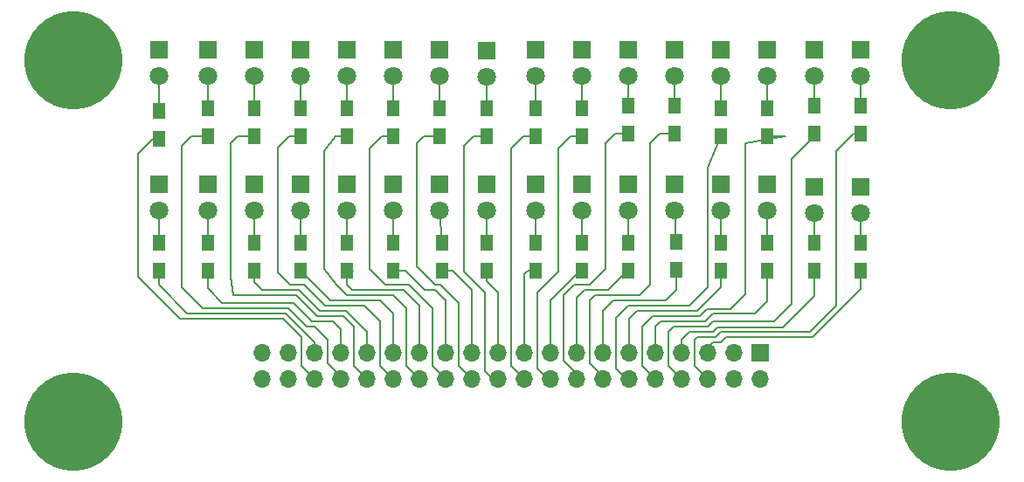
<source format=gbr>
G04 #@! TF.FileFunction,Copper,L1,Top,Signal*
%FSLAX46Y46*%
G04 Gerber Fmt 4.6, Leading zero omitted, Abs format (unit mm)*
G04 Created by KiCad (PCBNEW 4.0.5) date 06/07/17 21:36:53*
%MOMM*%
%LPD*%
G01*
G04 APERTURE LIST*
%ADD10C,0.150000*%
%ADD11R,1.800000X1.800000*%
%ADD12C,1.800000*%
%ADD13R,1.300000X1.500000*%
%ADD14R,1.700000X1.700000*%
%ADD15O,1.700000X1.700000*%
%ADD16C,9.525000*%
%ADD17C,0.203200*%
G04 APERTURE END LIST*
D10*
D11*
X106750000Y-40000000D03*
D12*
X106750000Y-42540000D03*
D11*
X106750000Y-53000000D03*
D12*
X106750000Y-55540000D03*
D11*
X111250000Y-40000000D03*
D12*
X111250000Y-42540000D03*
D11*
X111250000Y-53000000D03*
D12*
X111250000Y-55540000D03*
D11*
X115750000Y-40000000D03*
D12*
X115750000Y-42540000D03*
D11*
X115750000Y-53000000D03*
D12*
X115750000Y-55540000D03*
D11*
X120250000Y-40000000D03*
D12*
X120250000Y-42540000D03*
D11*
X120250000Y-53000000D03*
D12*
X120250000Y-55540000D03*
D11*
X124750000Y-40000000D03*
D12*
X124750000Y-42540000D03*
D11*
X124750000Y-53000000D03*
D12*
X124750000Y-55540000D03*
D11*
X129250000Y-40000000D03*
D12*
X129250000Y-42540000D03*
D11*
X129250000Y-53000000D03*
D12*
X129250000Y-55540000D03*
D11*
X133750000Y-40000000D03*
D12*
X133750000Y-42540000D03*
D11*
X133750000Y-53250000D03*
D12*
X133750000Y-55790000D03*
D11*
X138250000Y-40000000D03*
D12*
X138250000Y-42540000D03*
D11*
X138250000Y-53250000D03*
D12*
X138250000Y-55790000D03*
D13*
X70250000Y-45900000D03*
X70250000Y-48600000D03*
X70250000Y-58650000D03*
X70250000Y-61350000D03*
X75000000Y-45650000D03*
X75000000Y-48350000D03*
X75000000Y-58650000D03*
X75000000Y-61350000D03*
X79500000Y-45650000D03*
X79500000Y-48350000D03*
X79500000Y-58650000D03*
X79500000Y-61350000D03*
X84000000Y-45650000D03*
X84000000Y-48350000D03*
X84000000Y-58650000D03*
X84000000Y-61350000D03*
X88500000Y-45650000D03*
X88500000Y-48350000D03*
X88500000Y-58650000D03*
X88500000Y-61350000D03*
X93000000Y-45650000D03*
X93000000Y-48350000D03*
X93000000Y-58650000D03*
X93000000Y-61350000D03*
X97500000Y-45650000D03*
X97500000Y-48350000D03*
X97750000Y-58650000D03*
X97750000Y-61350000D03*
X102000000Y-45650000D03*
X102000000Y-48350000D03*
X102000000Y-58666000D03*
X102000000Y-61366000D03*
X106750000Y-45650000D03*
X106750000Y-48350000D03*
X106750000Y-58650000D03*
X106750000Y-61350000D03*
X111250000Y-45650000D03*
X111250000Y-48350000D03*
X111250000Y-58650000D03*
X111250000Y-61350000D03*
X115750000Y-45400000D03*
X115750000Y-48100000D03*
X115750000Y-58650000D03*
X115750000Y-61350000D03*
X120250000Y-45400000D03*
X120250000Y-48100000D03*
X120396000Y-58594000D03*
X120396000Y-61294000D03*
X124750000Y-45650000D03*
X124750000Y-48350000D03*
X124750000Y-58650000D03*
X124750000Y-61350000D03*
X129250000Y-45650000D03*
X129250000Y-48350000D03*
X129250000Y-58650000D03*
X129250000Y-61350000D03*
X133750000Y-45400000D03*
X133750000Y-48100000D03*
X133750000Y-58650000D03*
X133750000Y-61350000D03*
X138250000Y-45400000D03*
X138250000Y-48100000D03*
X138250000Y-58650000D03*
X138250000Y-61350000D03*
D11*
X70250000Y-40000000D03*
D12*
X70250000Y-42540000D03*
D11*
X70250000Y-53000000D03*
D12*
X70250000Y-55540000D03*
D11*
X75000000Y-40000000D03*
D12*
X75000000Y-42540000D03*
D11*
X75000000Y-53000000D03*
D12*
X75000000Y-55540000D03*
D11*
X79500000Y-40000000D03*
D12*
X79500000Y-42540000D03*
D11*
X79500000Y-53000000D03*
D12*
X79500000Y-55540000D03*
D11*
X84000000Y-40000000D03*
D12*
X84000000Y-42540000D03*
D11*
X84000000Y-53000000D03*
D12*
X84000000Y-55540000D03*
D11*
X88500000Y-40000000D03*
D12*
X88500000Y-42540000D03*
D11*
X88500000Y-53000000D03*
D12*
X88500000Y-55540000D03*
D11*
X93000000Y-40000000D03*
D12*
X93000000Y-42540000D03*
D11*
X93000000Y-53000000D03*
D12*
X93000000Y-55540000D03*
D11*
X97500000Y-40000000D03*
D12*
X97500000Y-42540000D03*
D11*
X97500000Y-53000000D03*
D12*
X97500000Y-55540000D03*
D11*
X102000000Y-40016000D03*
D12*
X102000000Y-42556000D03*
D11*
X102000000Y-53016000D03*
D12*
X102000000Y-55556000D03*
D14*
X128524000Y-69342000D03*
D15*
X128524000Y-71882000D03*
X125984000Y-69342000D03*
X125984000Y-71882000D03*
X123444000Y-69342000D03*
X123444000Y-71882000D03*
X120904000Y-69342000D03*
X120904000Y-71882000D03*
X118364000Y-69342000D03*
X118364000Y-71882000D03*
X115824000Y-69342000D03*
X115824000Y-71882000D03*
X113284000Y-69342000D03*
X113284000Y-71882000D03*
X110744000Y-69342000D03*
X110744000Y-71882000D03*
X108204000Y-69342000D03*
X108204000Y-71882000D03*
X105664000Y-69342000D03*
X105664000Y-71882000D03*
X103124000Y-69342000D03*
X103124000Y-71882000D03*
X100584000Y-69342000D03*
X100584000Y-71882000D03*
X98044000Y-69342000D03*
X98044000Y-71882000D03*
X95504000Y-69342000D03*
X95504000Y-71882000D03*
X92964000Y-69342000D03*
X92964000Y-71882000D03*
X90424000Y-69342000D03*
X90424000Y-71882000D03*
X87884000Y-69342000D03*
X87884000Y-71882000D03*
X85344000Y-69342000D03*
X85344000Y-71882000D03*
X82804000Y-69342000D03*
X82804000Y-71882000D03*
X80264000Y-69342000D03*
X80264000Y-71882000D03*
D16*
X62000000Y-41000000D03*
X147000000Y-41000000D03*
X62000000Y-76000000D03*
X147000000Y-76000000D03*
D17*
X133750000Y-55790000D02*
X133750000Y-58650000D01*
X129250000Y-55540000D02*
X129250000Y-58650000D01*
X124750000Y-55540000D02*
X124750000Y-58650000D01*
X120250000Y-55540000D02*
X120396000Y-58594000D01*
X115750000Y-55540000D02*
X115750000Y-58650000D01*
X111250000Y-55540000D02*
X111250000Y-58650000D01*
X106750000Y-55540000D02*
X106750000Y-58650000D01*
X106750000Y-58650000D02*
X106250000Y-58150000D01*
X106250000Y-58150000D02*
X106250000Y-58000000D01*
X106250000Y-58000000D02*
X106750000Y-58650000D01*
X102000000Y-55556000D02*
X102000000Y-58666000D01*
X97500000Y-55540000D02*
X97750000Y-58650000D01*
X93000000Y-55540000D02*
X93000000Y-58650000D01*
X88500000Y-55540000D02*
X88500000Y-58650000D01*
X84000000Y-55540000D02*
X84000000Y-58650000D01*
X79500000Y-55540000D02*
X79500000Y-58650000D01*
X75000000Y-55540000D02*
X75000000Y-58650000D01*
X70250000Y-55540000D02*
X70250000Y-58650000D01*
X138250000Y-42540000D02*
X138250000Y-45400000D01*
X133750000Y-42540000D02*
X133750000Y-45400000D01*
X129250000Y-42540000D02*
X129250000Y-45650000D01*
X124750000Y-42540000D02*
X124750000Y-45650000D01*
X115750000Y-42540000D02*
X115750000Y-45400000D01*
X111250000Y-42540000D02*
X111250000Y-45650000D01*
X106750000Y-42540000D02*
X106750000Y-45650000D01*
X102000000Y-42556000D02*
X102000000Y-45650000D01*
X97500000Y-42540000D02*
X97500000Y-45650000D01*
X93000000Y-42540000D02*
X93000000Y-45650000D01*
X88500000Y-42540000D02*
X88500000Y-45650000D01*
X84000000Y-42540000D02*
X84000000Y-45650000D01*
X79500000Y-42540000D02*
X79500000Y-45650000D01*
X75000000Y-42540000D02*
X75000000Y-45650000D01*
X70250000Y-42540000D02*
X70250000Y-45900000D01*
X123444000Y-69342000D02*
X123444000Y-68834000D01*
X123444000Y-68834000D02*
X123952000Y-68326000D01*
X123952000Y-68326000D02*
X124714000Y-68326000D01*
X124714000Y-68326000D02*
X125222000Y-67818000D01*
X125222000Y-67818000D02*
X133604000Y-67818000D01*
X133604000Y-67818000D02*
X138250000Y-63172000D01*
X138250000Y-63172000D02*
X138250000Y-61350000D01*
X123444000Y-69342000D02*
X123420000Y-68858000D01*
X123420000Y-68858000D02*
X123952000Y-68326000D01*
X123444000Y-69342000D02*
X123444000Y-69026000D01*
X138250000Y-48100000D02*
X137574000Y-48100000D01*
X124714000Y-67310000D02*
X124206000Y-67818000D01*
X133350000Y-67310000D02*
X124714000Y-67310000D01*
X135890000Y-64770000D02*
X133350000Y-67310000D01*
X135890000Y-49784000D02*
X135890000Y-64770000D01*
X137574000Y-48100000D02*
X135890000Y-49784000D01*
X123444000Y-71882000D02*
X122174000Y-70612000D01*
X122428000Y-67818000D02*
X124206000Y-67818000D01*
X122174000Y-68072000D02*
X122428000Y-67818000D01*
X122174000Y-70612000D02*
X122174000Y-68072000D01*
X123444000Y-71882000D02*
X123444000Y-71772000D01*
X133750000Y-61350000D02*
X133750000Y-63862000D01*
X133750000Y-63862000D02*
X130759202Y-66852798D01*
X124409202Y-66852798D02*
X123952000Y-67310000D01*
X130759202Y-66852798D02*
X124409202Y-66852798D01*
X120904000Y-69342000D02*
X120880000Y-68096000D01*
X121666000Y-67310000D02*
X123952000Y-67310000D01*
X120880000Y-68096000D02*
X121666000Y-67310000D01*
X120904000Y-69342000D02*
X120904000Y-68772000D01*
X131572000Y-57912000D02*
X131572000Y-64617596D01*
X129895596Y-66294000D02*
X123952000Y-66294000D01*
X131572000Y-64617596D02*
X129895596Y-66294000D01*
X133750000Y-48100000D02*
X133750000Y-48368000D01*
X133750000Y-48368000D02*
X131572000Y-50546000D01*
X131572000Y-50546000D02*
X131572000Y-57912000D01*
X120904000Y-71882000D02*
X119634000Y-70612000D01*
X123444000Y-66802000D02*
X123952000Y-66294000D01*
X120142000Y-66802000D02*
X123444000Y-66802000D01*
X119634000Y-67310000D02*
X120142000Y-66802000D01*
X119634000Y-70612000D02*
X119634000Y-67310000D01*
X120904000Y-71882000D02*
X120904000Y-71772000D01*
X129250000Y-61350000D02*
X129250000Y-64348798D01*
X128066798Y-65532000D02*
X123952000Y-65532000D01*
X129250000Y-64348798D02*
X128066798Y-65532000D01*
X129250000Y-61350000D02*
X129250000Y-61504000D01*
X118364000Y-69342000D02*
X118340000Y-66826000D01*
X118340000Y-66826000D02*
X118872000Y-66294000D01*
X118872000Y-66294000D02*
X123190000Y-66294000D01*
X123190000Y-66294000D02*
X123952000Y-65532000D01*
X118364000Y-69342000D02*
X118364000Y-69026000D01*
X127056000Y-60960000D02*
X127056000Y-63698000D01*
X123393202Y-65074798D02*
X122682000Y-65786000D01*
X125679202Y-65074798D02*
X123393202Y-65074798D01*
X127056000Y-63698000D02*
X125679202Y-65074798D01*
X127056000Y-60198000D02*
X127056000Y-60960000D01*
X118364000Y-71882000D02*
X117094000Y-70612000D01*
X118110000Y-65786000D02*
X122682000Y-65786000D01*
X117094000Y-66802000D02*
X118110000Y-65786000D01*
X117094000Y-70612000D02*
X117094000Y-66802000D01*
X130958000Y-48366000D02*
X129250000Y-48350000D01*
X127056000Y-49018000D02*
X130958000Y-48366000D01*
X127056000Y-60198000D02*
X127056000Y-49018000D01*
X118364000Y-71882000D02*
X118220000Y-71882000D01*
X116586000Y-65278000D02*
X122428000Y-65278000D01*
X124750000Y-62956000D02*
X124750000Y-61350000D01*
X122428000Y-65278000D02*
X124750000Y-62956000D01*
X115824000Y-69342000D02*
X115800000Y-66064000D01*
X125070000Y-61366000D02*
X124750000Y-61350000D01*
X115800000Y-66064000D02*
X116586000Y-65278000D01*
X115824000Y-69342000D02*
X115824000Y-69280000D01*
X115824000Y-64770000D02*
X121666000Y-64770000D01*
X123444000Y-58928000D02*
X123472000Y-58928000D01*
X123444000Y-62992000D02*
X123444000Y-58928000D01*
X121666000Y-64770000D02*
X123444000Y-62992000D01*
X115824000Y-71882000D02*
X115570000Y-71882000D01*
X115570000Y-71882000D02*
X114554000Y-70866000D01*
X114554000Y-70866000D02*
X114554000Y-65989202D01*
X123472000Y-58928000D02*
X123472000Y-51394000D01*
X115773202Y-64770000D02*
X115824000Y-64770000D01*
X114554000Y-65989202D02*
X115773202Y-64770000D01*
X115824000Y-71882000D02*
X115824000Y-71772000D01*
X123472000Y-51394000D02*
X124750000Y-48350000D01*
X114300000Y-64262000D02*
X119380000Y-64262000D01*
X120396000Y-63246000D02*
X120396000Y-61294000D01*
X119380000Y-64262000D02*
X120396000Y-63246000D01*
X113284000Y-69342000D02*
X113260000Y-65302000D01*
X113260000Y-65302000D02*
X114300000Y-64262000D01*
X112522000Y-63754000D02*
X116840000Y-63754000D01*
X118778000Y-48100000D02*
X120250000Y-48100000D01*
X117856000Y-49022000D02*
X118778000Y-48100000D01*
X117856000Y-62738000D02*
X117856000Y-49022000D01*
X116840000Y-63754000D02*
X117856000Y-62738000D01*
X113284000Y-71882000D02*
X113284000Y-71628000D01*
X113284000Y-71628000D02*
X112014000Y-70358000D01*
X112014000Y-70358000D02*
X112014000Y-64262000D01*
X112014000Y-64262000D02*
X112522000Y-63754000D01*
X113284000Y-71882000D02*
X113284000Y-71772000D01*
X120302000Y-48116000D02*
X120250000Y-48100000D01*
X110744000Y-69342000D02*
X110720000Y-64032000D01*
X115672000Y-61366000D02*
X115750000Y-61350000D01*
X113792000Y-63246000D02*
X115672000Y-61366000D01*
X111506000Y-63246000D02*
X113792000Y-63246000D01*
X110720000Y-64032000D02*
X111506000Y-63246000D01*
X110490000Y-62738000D02*
X112014000Y-62738000D01*
X114460000Y-48100000D02*
X115750000Y-48100000D01*
X113538000Y-49022000D02*
X114460000Y-48100000D01*
X113538000Y-61214000D02*
X113538000Y-49022000D01*
X112014000Y-62738000D02*
X113538000Y-61214000D01*
X110744000Y-71882000D02*
X110744000Y-71374000D01*
X110744000Y-71374000D02*
X109474000Y-70104000D01*
X109474000Y-70104000D02*
X109474000Y-63754000D01*
X109474000Y-63754000D02*
X110490000Y-62738000D01*
X110744000Y-71882000D02*
X110744000Y-71772000D01*
X108204000Y-69342000D02*
X108180000Y-64286000D01*
X111100000Y-61366000D02*
X111250000Y-61350000D01*
X108180000Y-64286000D02*
X111100000Y-61366000D01*
X106934000Y-65024000D02*
X106934000Y-63500000D01*
X108966000Y-59436000D02*
X108990000Y-59436000D01*
X108966000Y-61468000D02*
X108966000Y-59436000D01*
X106934000Y-63500000D02*
X108966000Y-61468000D01*
X111250000Y-48350000D02*
X110146000Y-48350000D01*
X108966000Y-54356000D02*
X108990000Y-54356000D01*
X108966000Y-49530000D02*
X108966000Y-54356000D01*
X110146000Y-48350000D02*
X108966000Y-49530000D01*
X108204000Y-71882000D02*
X107950000Y-71882000D01*
X107950000Y-71882000D02*
X106934000Y-70866000D01*
X108990000Y-59436000D02*
X108990000Y-54356000D01*
X106934000Y-70866000D02*
X106934000Y-65024000D01*
X108204000Y-71882000D02*
X108060000Y-71882000D01*
X110896000Y-48366000D02*
X111250000Y-48350000D01*
X105664000Y-69342000D02*
X105640000Y-61746000D01*
X106020000Y-61366000D02*
X106750000Y-61350000D01*
X105640000Y-61746000D02*
X106020000Y-61366000D01*
X105664000Y-71882000D02*
X104394000Y-70612000D01*
X104394000Y-70612000D02*
X104394000Y-49530000D01*
X104394000Y-49530000D02*
X105558000Y-48366000D01*
X105558000Y-48366000D02*
X106750000Y-48350000D01*
X105664000Y-71882000D02*
X105520000Y-71882000D01*
X103124000Y-69342000D02*
X103124000Y-63500000D01*
X102000000Y-62376000D02*
X102000000Y-61366000D01*
X103124000Y-63500000D02*
X102000000Y-62376000D01*
X102000000Y-48350000D02*
X100748000Y-48350000D01*
X99822000Y-49276000D02*
X99822000Y-50292000D01*
X100748000Y-48350000D02*
X99822000Y-49276000D01*
X102000000Y-48350000D02*
X101510000Y-48350000D01*
X99822000Y-61468000D02*
X101854000Y-63500000D01*
X101854000Y-71120000D02*
X101854000Y-63500000D01*
X102870000Y-72136000D02*
X101854000Y-71120000D01*
X99822000Y-50292000D02*
X99822000Y-61468000D01*
X103124000Y-71882000D02*
X103124000Y-71772000D01*
X100584000Y-69342000D02*
X100560000Y-63222000D01*
X98704000Y-61366000D02*
X97750000Y-61350000D01*
X100560000Y-63222000D02*
X98704000Y-61366000D01*
X97500000Y-48350000D02*
X95922000Y-48350000D01*
X95250000Y-60960000D02*
X97028000Y-62738000D01*
X95250000Y-49022000D02*
X95250000Y-60960000D01*
X95922000Y-48350000D02*
X95250000Y-49022000D01*
X100584000Y-71882000D02*
X99314000Y-70612000D01*
X97536000Y-62738000D02*
X97028000Y-62738000D01*
X99314000Y-64516000D02*
X97536000Y-62738000D01*
X99314000Y-70612000D02*
X99314000Y-64516000D01*
X100584000Y-71882000D02*
X100584000Y-71772000D01*
X98044000Y-69342000D02*
X98020000Y-64238000D01*
X94132000Y-61366000D02*
X93000000Y-61350000D01*
X96012000Y-63246000D02*
X94132000Y-61366000D01*
X97028000Y-63246000D02*
X96012000Y-63246000D01*
X98020000Y-64238000D02*
X97028000Y-63246000D01*
X98044000Y-69342000D02*
X98044000Y-68724000D01*
X93000000Y-48350000D02*
X91900000Y-48350000D01*
X91900000Y-48350000D02*
X90678000Y-49572000D01*
X94500000Y-62750000D02*
X92250000Y-62750000D01*
X96774000Y-65024000D02*
X94500000Y-62750000D01*
X90678000Y-61178000D02*
X90678000Y-49572000D01*
X96774000Y-70612000D02*
X96774000Y-65024000D01*
X98044000Y-71882000D02*
X96774000Y-70612000D01*
X92250000Y-62750000D02*
X90678000Y-61178000D01*
X98044000Y-71882000D02*
X98044000Y-71772000D01*
X93980000Y-63246000D02*
X88996000Y-63246000D01*
X88500000Y-62750000D02*
X88500000Y-61350000D01*
X88996000Y-63246000D02*
X88500000Y-62750000D01*
X95504000Y-69342000D02*
X95480000Y-64746000D01*
X89048000Y-61366000D02*
X88500000Y-61350000D01*
X95480000Y-64746000D02*
X93980000Y-63246000D01*
X95504000Y-69342000D02*
X95504000Y-68978000D01*
X92980000Y-63770000D02*
X88520000Y-63770000D01*
X88520000Y-63770000D02*
X87488000Y-62738000D01*
X87400000Y-48350000D02*
X88500000Y-48350000D01*
X86250000Y-49750000D02*
X87400000Y-48350000D01*
X86250000Y-61250000D02*
X86250000Y-49750000D01*
X87488000Y-62738000D02*
X86250000Y-61250000D01*
X95504000Y-71882000D02*
X94234000Y-70612000D01*
X94234000Y-70612000D02*
X94234000Y-65024000D01*
X94234000Y-65024000D02*
X92980000Y-63770000D01*
X95504000Y-71882000D02*
X95504000Y-71772000D01*
X92964000Y-69342000D02*
X92940000Y-65508000D01*
X83972000Y-61366000D02*
X84000000Y-61350000D01*
X86868000Y-64262000D02*
X83972000Y-61366000D01*
X91694000Y-64262000D02*
X86868000Y-64262000D01*
X92940000Y-65508000D02*
X91694000Y-64262000D01*
X92964000Y-69342000D02*
X92964000Y-69232000D01*
X81768000Y-50500000D02*
X81768000Y-49482000D01*
X82900000Y-48350000D02*
X84000000Y-48350000D01*
X81768000Y-49482000D02*
X82900000Y-48350000D01*
X84000000Y-48350000D02*
X83400000Y-48350000D01*
X84328000Y-62738000D02*
X82988000Y-62738000D01*
X82988000Y-62738000D02*
X81768000Y-61518000D01*
X92964000Y-71882000D02*
X91694000Y-70612000D01*
X91694000Y-70612000D02*
X91694000Y-66294000D01*
X86360000Y-64770000D02*
X84328000Y-62738000D01*
X90170000Y-64770000D02*
X86360000Y-64770000D01*
X91694000Y-66294000D02*
X90170000Y-64770000D01*
X81768000Y-61518000D02*
X81768000Y-50500000D01*
X92964000Y-71882000D02*
X92964000Y-71772000D01*
X79500000Y-61350000D02*
X79500000Y-62500000D01*
X79500000Y-62500000D02*
X80246000Y-63246000D01*
X83820000Y-63246000D02*
X80246000Y-63246000D01*
X90400000Y-67286000D02*
X88392000Y-65278000D01*
X88392000Y-65278000D02*
X85852000Y-65278000D01*
X85852000Y-65278000D02*
X83820000Y-63246000D01*
X90424000Y-69342000D02*
X90400000Y-67286000D01*
X90424000Y-69342000D02*
X90424000Y-69232000D01*
X77192000Y-52500000D02*
X77192000Y-49058000D01*
X77900000Y-48350000D02*
X79500000Y-48350000D01*
X77192000Y-49058000D02*
X77900000Y-48350000D01*
X90424000Y-71882000D02*
X89154000Y-70612000D01*
X83566000Y-63754000D02*
X77470000Y-63754000D01*
X77192000Y-61976000D02*
X77192000Y-52500000D01*
X89154000Y-66802000D02*
X88138000Y-65786000D01*
X88138000Y-65786000D02*
X85598000Y-65786000D01*
X85598000Y-65786000D02*
X83566000Y-63754000D01*
X89154000Y-70612000D02*
X89154000Y-66802000D01*
X77470000Y-63754000D02*
X77192000Y-61976000D01*
X90424000Y-71882000D02*
X90424000Y-71772000D01*
X75000000Y-61350000D02*
X75000000Y-63117596D01*
X76398404Y-64516000D02*
X83312000Y-64516000D01*
X75000000Y-63117596D02*
X76398404Y-64516000D01*
X87884000Y-69342000D02*
X87860000Y-67032000D01*
X85090000Y-66294000D02*
X83312000Y-64516000D01*
X87122000Y-66294000D02*
X85090000Y-66294000D01*
X87860000Y-67032000D02*
X87122000Y-66294000D01*
X87884000Y-69342000D02*
X87884000Y-68978000D01*
X75000000Y-48350000D02*
X73400000Y-48350000D01*
X72500000Y-63000000D02*
X74524000Y-65024000D01*
X72500000Y-49250000D02*
X72500000Y-63000000D01*
X73400000Y-48350000D02*
X72500000Y-49250000D01*
X87884000Y-71882000D02*
X87884000Y-71628000D01*
X87884000Y-71628000D02*
X86614000Y-70358000D01*
X86614000Y-68072000D02*
X85344000Y-66802000D01*
X85344000Y-66802000D02*
X84582000Y-66802000D01*
X84582000Y-66802000D02*
X82804000Y-65024000D01*
X86614000Y-70358000D02*
X86614000Y-68072000D01*
X82804000Y-65024000D02*
X74524000Y-65024000D01*
X87884000Y-71882000D02*
X87740000Y-71882000D01*
X74250000Y-65532000D02*
X73032000Y-65532000D01*
X70250000Y-62750000D02*
X70250000Y-61350000D01*
X73032000Y-65532000D02*
X70250000Y-62750000D01*
X85344000Y-69342000D02*
X85320000Y-68302000D01*
X82550000Y-65532000D02*
X74250000Y-65532000D01*
X85320000Y-68302000D02*
X82550000Y-65532000D01*
X85344000Y-69342000D02*
X85344000Y-68978000D01*
X70250000Y-48600000D02*
X69650000Y-48600000D01*
X69650000Y-48600000D02*
X68250000Y-50000000D01*
X68250000Y-62000000D02*
X72290000Y-66040000D01*
X68250000Y-50000000D02*
X68250000Y-62000000D01*
X85344000Y-71882000D02*
X84074000Y-70612000D01*
X84074000Y-70612000D02*
X84074000Y-67818000D01*
X84074000Y-67818000D02*
X82296000Y-66040000D01*
X82296000Y-66040000D02*
X72290000Y-66040000D01*
X85344000Y-71882000D02*
X85344000Y-71772000D01*
X138250000Y-55790000D02*
X138250000Y-58650000D01*
X120250000Y-42540000D02*
X120250000Y-45400000D01*
M02*

</source>
